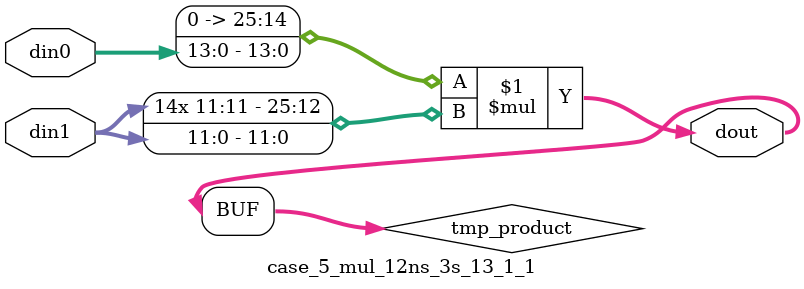
<source format=v>

`timescale 1 ns / 1 ps

 (* use_dsp = "no" *)  module case_5_mul_12ns_3s_13_1_1(din0, din1, dout);
parameter ID = 1;
parameter NUM_STAGE = 0;
parameter din0_WIDTH = 14;
parameter din1_WIDTH = 12;
parameter dout_WIDTH = 26;

input [din0_WIDTH - 1 : 0] din0; 
input [din1_WIDTH - 1 : 0] din1; 
output [dout_WIDTH - 1 : 0] dout;

wire signed [dout_WIDTH - 1 : 0] tmp_product;

























assign tmp_product = $signed({1'b0, din0}) * $signed(din1);










assign dout = tmp_product;





















endmodule

</source>
